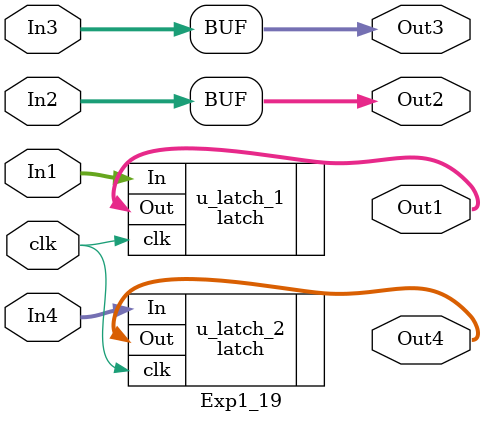
<source format=v>



`timescale 1 ns / 1 ns

module Exp1_19
          (clk,
           In1,
           In2,
           In3,
           In4,
           Out1,
           Out2,
           Out3,
           Out4);


  input   clk;
  input   [31:0] In1;  // uint32
  input   [31:0] In2;  // uint32
  input   [31:0] In3;  // uint32
  input   [31:0] In4;  // uint32
  output  [31:0] Out1;  // uint32
  output  [31:0] Out2;  // uint32
  output  [31:0] Out3;  // uint32
  output  [31:0] Out4;  // uint32


  reg [31:0] Delay2_out1;  // uint32
  reg [31:0] Delay1_out1;  // uint32


  
 latch u_latch_1(.clk(clk),.In(In1),.Out(Out1));
 latch u_latch_2(.clk(clk),.In(In4),.Out(Out4));


    assign Out2 = In2;

  assign Out3 = In3;

 endmodule  // Exp1_19


</source>
